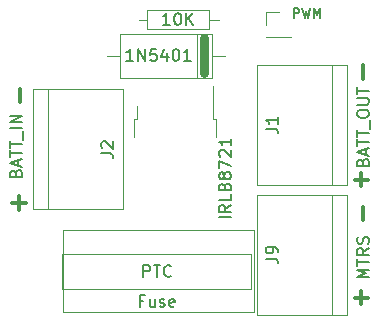
<source format=gto>
G04 #@! TF.FileFunction,Legend,Top*
%FSLAX46Y46*%
G04 Gerber Fmt 4.6, Leading zero omitted, Abs format (unit mm)*
G04 Created by KiCad (PCBNEW 4.0.7) date 07/04/19 18:58:04*
%MOMM*%
%LPD*%
G01*
G04 APERTURE LIST*
%ADD10C,0.100000*%
%ADD11C,0.300000*%
%ADD12C,0.800000*%
%ADD13C,0.120000*%
%ADD14C,0.150000*%
G04 APERTURE END LIST*
D10*
D11*
X157105143Y-67936428D02*
X157105143Y-66793571D01*
X156426572Y-74472143D02*
X157569429Y-74472143D01*
X156998000Y-75043571D02*
X156998000Y-73900714D01*
X128105143Y-57936428D02*
X128105143Y-56793571D01*
X127426572Y-66472143D02*
X128569429Y-66472143D01*
X127998000Y-67043571D02*
X127998000Y-65900714D01*
X157105143Y-55936428D02*
X157105143Y-54793571D01*
X156426572Y-64472143D02*
X157569429Y-64472143D01*
X156998000Y-65043571D02*
X156998000Y-63900714D01*
D12*
X143712000Y-55475000D02*
X143712000Y-52475000D01*
D13*
X144322000Y-55835000D02*
X144322000Y-52115000D01*
X144322000Y-52115000D02*
X136602000Y-52115000D01*
X136602000Y-52115000D02*
X136602000Y-55835000D01*
X136602000Y-55835000D02*
X144322000Y-55835000D01*
X145432000Y-53975000D02*
X144322000Y-53975000D01*
X135492000Y-53975000D02*
X136602000Y-53975000D01*
X143122000Y-55835000D02*
X143122000Y-52115000D01*
D10*
X144068000Y-50927000D02*
X144968000Y-50927000D01*
X138868000Y-50927000D02*
X138168000Y-50927000D01*
X138868000Y-51727000D02*
X138868000Y-50127000D01*
X138868000Y-50127000D02*
X144068000Y-50127000D01*
X144068000Y-50127000D02*
X144068000Y-51727000D01*
X144068000Y-51727000D02*
X138868000Y-51727000D01*
D13*
X131700000Y-73763000D02*
X131700000Y-70763000D01*
X147700000Y-73763000D02*
X131700000Y-73763000D01*
X147700000Y-70763000D02*
X147700000Y-73763000D01*
X131700000Y-70763000D02*
X147700000Y-70763000D01*
X148938000Y-52425000D02*
X151058000Y-52425000D01*
X148938000Y-52365000D02*
X148938000Y-52425000D01*
X151058000Y-52365000D02*
X151058000Y-52425000D01*
X148938000Y-52365000D02*
X151058000Y-52365000D01*
X148938000Y-51365000D02*
X148938000Y-50305000D01*
X148938000Y-50305000D02*
X149998000Y-50305000D01*
X154538000Y-54745000D02*
X154538000Y-64905000D01*
X155808000Y-54745000D02*
X148188000Y-54745000D01*
X148188000Y-54745000D02*
X148188000Y-64905000D01*
X148188000Y-64905000D02*
X155808000Y-64905000D01*
X155808000Y-64905000D02*
X155808000Y-54745000D01*
X130458000Y-66985000D02*
X130458000Y-56825000D01*
X129188000Y-66985000D02*
X136808000Y-66985000D01*
X136808000Y-66985000D02*
X136808000Y-56825000D01*
X136808000Y-56825000D02*
X129188000Y-56825000D01*
X129188000Y-56825000D02*
X129188000Y-66985000D01*
X144674000Y-60879000D02*
X144674000Y-59379000D01*
X144674000Y-59379000D02*
X144404000Y-59379000D01*
X144404000Y-59379000D02*
X144404000Y-56549000D01*
X137774000Y-60879000D02*
X137774000Y-59379000D01*
X137774000Y-59379000D02*
X138044000Y-59379000D01*
X138044000Y-59379000D02*
X138044000Y-58279000D01*
X154538000Y-65745000D02*
X154538000Y-75905000D01*
X155808000Y-65745000D02*
X148188000Y-65745000D01*
X148188000Y-65745000D02*
X148188000Y-75905000D01*
X148188000Y-75905000D02*
X155808000Y-75905000D01*
X155808000Y-75905000D02*
X155808000Y-65745000D01*
X131734000Y-68715000D02*
X131734000Y-75655000D01*
X131734000Y-75655000D02*
X147934000Y-75655000D01*
X147934000Y-75655000D02*
X147934000Y-68715000D01*
X147934000Y-68715000D02*
X131734000Y-68715000D01*
D14*
X137684143Y-54427381D02*
X137112714Y-54427381D01*
X137398428Y-54427381D02*
X137398428Y-53427381D01*
X137303190Y-53570238D01*
X137207952Y-53665476D01*
X137112714Y-53713095D01*
X138112714Y-54427381D02*
X138112714Y-53427381D01*
X138684143Y-54427381D01*
X138684143Y-53427381D01*
X139636524Y-53427381D02*
X139160333Y-53427381D01*
X139112714Y-53903571D01*
X139160333Y-53855952D01*
X139255571Y-53808333D01*
X139493667Y-53808333D01*
X139588905Y-53855952D01*
X139636524Y-53903571D01*
X139684143Y-53998810D01*
X139684143Y-54236905D01*
X139636524Y-54332143D01*
X139588905Y-54379762D01*
X139493667Y-54427381D01*
X139255571Y-54427381D01*
X139160333Y-54379762D01*
X139112714Y-54332143D01*
X140541286Y-53760714D02*
X140541286Y-54427381D01*
X140303190Y-53379762D02*
X140065095Y-54094048D01*
X140684143Y-54094048D01*
X141255571Y-53427381D02*
X141350810Y-53427381D01*
X141446048Y-53475000D01*
X141493667Y-53522619D01*
X141541286Y-53617857D01*
X141588905Y-53808333D01*
X141588905Y-54046429D01*
X141541286Y-54236905D01*
X141493667Y-54332143D01*
X141446048Y-54379762D01*
X141350810Y-54427381D01*
X141255571Y-54427381D01*
X141160333Y-54379762D01*
X141112714Y-54332143D01*
X141065095Y-54236905D01*
X141017476Y-54046429D01*
X141017476Y-53808333D01*
X141065095Y-53617857D01*
X141112714Y-53522619D01*
X141160333Y-53475000D01*
X141255571Y-53427381D01*
X142541286Y-54427381D02*
X141969857Y-54427381D01*
X142255571Y-54427381D02*
X142255571Y-53427381D01*
X142160333Y-53570238D01*
X142065095Y-53665476D01*
X141969857Y-53713095D01*
X140787524Y-51379381D02*
X140216095Y-51379381D01*
X140501809Y-51379381D02*
X140501809Y-50379381D01*
X140406571Y-50522238D01*
X140311333Y-50617476D01*
X140216095Y-50665095D01*
X141406571Y-50379381D02*
X141501810Y-50379381D01*
X141597048Y-50427000D01*
X141644667Y-50474619D01*
X141692286Y-50569857D01*
X141739905Y-50760333D01*
X141739905Y-50998429D01*
X141692286Y-51188905D01*
X141644667Y-51284143D01*
X141597048Y-51331762D01*
X141501810Y-51379381D01*
X141406571Y-51379381D01*
X141311333Y-51331762D01*
X141263714Y-51284143D01*
X141216095Y-51188905D01*
X141168476Y-50998429D01*
X141168476Y-50760333D01*
X141216095Y-50569857D01*
X141263714Y-50474619D01*
X141311333Y-50427000D01*
X141406571Y-50379381D01*
X142168476Y-51379381D02*
X142168476Y-50379381D01*
X142739905Y-51379381D02*
X142311333Y-50807952D01*
X142739905Y-50379381D02*
X142168476Y-50950810D01*
X138557143Y-72715381D02*
X138557143Y-71715381D01*
X138938096Y-71715381D01*
X139033334Y-71763000D01*
X139080953Y-71810619D01*
X139128572Y-71905857D01*
X139128572Y-72048714D01*
X139080953Y-72143952D01*
X139033334Y-72191571D01*
X138938096Y-72239190D01*
X138557143Y-72239190D01*
X139414286Y-71715381D02*
X139985715Y-71715381D01*
X139700000Y-72715381D02*
X139700000Y-71715381D01*
X140890477Y-72620143D02*
X140842858Y-72667762D01*
X140700001Y-72715381D01*
X140604763Y-72715381D01*
X140461905Y-72667762D01*
X140366667Y-72572524D01*
X140319048Y-72477286D01*
X140271429Y-72286810D01*
X140271429Y-72143952D01*
X140319048Y-71953476D01*
X140366667Y-71858238D01*
X140461905Y-71763000D01*
X140604763Y-71715381D01*
X140700001Y-71715381D01*
X140842858Y-71763000D01*
X140890477Y-71810619D01*
X151276190Y-50780905D02*
X151276190Y-49980905D01*
X151580952Y-49980905D01*
X151657143Y-50019000D01*
X151695238Y-50057095D01*
X151733333Y-50133286D01*
X151733333Y-50247571D01*
X151695238Y-50323762D01*
X151657143Y-50361857D01*
X151580952Y-50399952D01*
X151276190Y-50399952D01*
X152000000Y-49980905D02*
X152190476Y-50780905D01*
X152342857Y-50209476D01*
X152495238Y-50780905D01*
X152685714Y-49980905D01*
X152990476Y-50780905D02*
X152990476Y-49980905D01*
X153257143Y-50552333D01*
X153523810Y-49980905D01*
X153523810Y-50780905D01*
X148910381Y-60158333D02*
X149624667Y-60158333D01*
X149767524Y-60205953D01*
X149862762Y-60301191D01*
X149910381Y-60444048D01*
X149910381Y-60539286D01*
X149910381Y-59158333D02*
X149910381Y-59729762D01*
X149910381Y-59444048D02*
X148910381Y-59444048D01*
X149053238Y-59539286D01*
X149148476Y-59634524D01*
X149196095Y-59729762D01*
X157126571Y-62993571D02*
X157174190Y-62850714D01*
X157221810Y-62803095D01*
X157317048Y-62755476D01*
X157459905Y-62755476D01*
X157555143Y-62803095D01*
X157602762Y-62850714D01*
X157650381Y-62945952D01*
X157650381Y-63326905D01*
X156650381Y-63326905D01*
X156650381Y-62993571D01*
X156698000Y-62898333D01*
X156745619Y-62850714D01*
X156840857Y-62803095D01*
X156936095Y-62803095D01*
X157031333Y-62850714D01*
X157078952Y-62898333D01*
X157126571Y-62993571D01*
X157126571Y-63326905D01*
X157364667Y-62374524D02*
X157364667Y-61898333D01*
X157650381Y-62469762D02*
X156650381Y-62136429D01*
X157650381Y-61803095D01*
X156650381Y-61612619D02*
X156650381Y-61041190D01*
X157650381Y-61326905D02*
X156650381Y-61326905D01*
X156650381Y-60850714D02*
X156650381Y-60279285D01*
X157650381Y-60565000D02*
X156650381Y-60565000D01*
X157745619Y-60184047D02*
X157745619Y-59422142D01*
X156650381Y-58993571D02*
X156650381Y-58803094D01*
X156698000Y-58707856D01*
X156793238Y-58612618D01*
X156983714Y-58564999D01*
X157317048Y-58564999D01*
X157507524Y-58612618D01*
X157602762Y-58707856D01*
X157650381Y-58803094D01*
X157650381Y-58993571D01*
X157602762Y-59088809D01*
X157507524Y-59184047D01*
X157317048Y-59231666D01*
X156983714Y-59231666D01*
X156793238Y-59184047D01*
X156698000Y-59088809D01*
X156650381Y-58993571D01*
X156650381Y-58136428D02*
X157459905Y-58136428D01*
X157555143Y-58088809D01*
X157602762Y-58041190D01*
X157650381Y-57945952D01*
X157650381Y-57755475D01*
X157602762Y-57660237D01*
X157555143Y-57612618D01*
X157459905Y-57564999D01*
X156650381Y-57564999D01*
X156650381Y-57231666D02*
X156650381Y-56660237D01*
X157650381Y-56945952D02*
X156650381Y-56945952D01*
X134990381Y-62238333D02*
X135704667Y-62238333D01*
X135847524Y-62285953D01*
X135942762Y-62381191D01*
X135990381Y-62524048D01*
X135990381Y-62619286D01*
X135085619Y-61809762D02*
X135038000Y-61762143D01*
X134990381Y-61666905D01*
X134990381Y-61428809D01*
X135038000Y-61333571D01*
X135085619Y-61285952D01*
X135180857Y-61238333D01*
X135276095Y-61238333D01*
X135418952Y-61285952D01*
X135990381Y-61857381D01*
X135990381Y-61238333D01*
X127726571Y-63926904D02*
X127774190Y-63784047D01*
X127821810Y-63736428D01*
X127917048Y-63688809D01*
X128059905Y-63688809D01*
X128155143Y-63736428D01*
X128202762Y-63784047D01*
X128250381Y-63879285D01*
X128250381Y-64260238D01*
X127250381Y-64260238D01*
X127250381Y-63926904D01*
X127298000Y-63831666D01*
X127345619Y-63784047D01*
X127440857Y-63736428D01*
X127536095Y-63736428D01*
X127631333Y-63784047D01*
X127678952Y-63831666D01*
X127726571Y-63926904D01*
X127726571Y-64260238D01*
X127964667Y-63307857D02*
X127964667Y-62831666D01*
X128250381Y-63403095D02*
X127250381Y-63069762D01*
X128250381Y-62736428D01*
X127250381Y-62545952D02*
X127250381Y-61974523D01*
X128250381Y-62260238D02*
X127250381Y-62260238D01*
X127250381Y-61784047D02*
X127250381Y-61212618D01*
X128250381Y-61498333D02*
X127250381Y-61498333D01*
X128345619Y-61117380D02*
X128345619Y-60355475D01*
X128250381Y-60117380D02*
X127250381Y-60117380D01*
X128250381Y-59641190D02*
X127250381Y-59641190D01*
X128250381Y-59069761D01*
X127250381Y-59069761D01*
X145950381Y-67674524D02*
X144950381Y-67674524D01*
X145950381Y-66626905D02*
X145474190Y-66960239D01*
X145950381Y-67198334D02*
X144950381Y-67198334D01*
X144950381Y-66817381D01*
X144998000Y-66722143D01*
X145045619Y-66674524D01*
X145140857Y-66626905D01*
X145283714Y-66626905D01*
X145378952Y-66674524D01*
X145426571Y-66722143D01*
X145474190Y-66817381D01*
X145474190Y-67198334D01*
X145950381Y-65722143D02*
X145950381Y-66198334D01*
X144950381Y-66198334D01*
X145426571Y-65055476D02*
X145474190Y-64912619D01*
X145521810Y-64865000D01*
X145617048Y-64817381D01*
X145759905Y-64817381D01*
X145855143Y-64865000D01*
X145902762Y-64912619D01*
X145950381Y-65007857D01*
X145950381Y-65388810D01*
X144950381Y-65388810D01*
X144950381Y-65055476D01*
X144998000Y-64960238D01*
X145045619Y-64912619D01*
X145140857Y-64865000D01*
X145236095Y-64865000D01*
X145331333Y-64912619D01*
X145378952Y-64960238D01*
X145426571Y-65055476D01*
X145426571Y-65388810D01*
X145378952Y-64245953D02*
X145331333Y-64341191D01*
X145283714Y-64388810D01*
X145188476Y-64436429D01*
X145140857Y-64436429D01*
X145045619Y-64388810D01*
X144998000Y-64341191D01*
X144950381Y-64245953D01*
X144950381Y-64055476D01*
X144998000Y-63960238D01*
X145045619Y-63912619D01*
X145140857Y-63865000D01*
X145188476Y-63865000D01*
X145283714Y-63912619D01*
X145331333Y-63960238D01*
X145378952Y-64055476D01*
X145378952Y-64245953D01*
X145426571Y-64341191D01*
X145474190Y-64388810D01*
X145569429Y-64436429D01*
X145759905Y-64436429D01*
X145855143Y-64388810D01*
X145902762Y-64341191D01*
X145950381Y-64245953D01*
X145950381Y-64055476D01*
X145902762Y-63960238D01*
X145855143Y-63912619D01*
X145759905Y-63865000D01*
X145569429Y-63865000D01*
X145474190Y-63912619D01*
X145426571Y-63960238D01*
X145378952Y-64055476D01*
X144950381Y-63531667D02*
X144950381Y-62865000D01*
X145950381Y-63293572D01*
X145045619Y-62531667D02*
X144998000Y-62484048D01*
X144950381Y-62388810D01*
X144950381Y-62150714D01*
X144998000Y-62055476D01*
X145045619Y-62007857D01*
X145140857Y-61960238D01*
X145236095Y-61960238D01*
X145378952Y-62007857D01*
X145950381Y-62579286D01*
X145950381Y-61960238D01*
X145950381Y-61007857D02*
X145950381Y-61579286D01*
X145950381Y-61293572D02*
X144950381Y-61293572D01*
X145093238Y-61388810D01*
X145188476Y-61484048D01*
X145236095Y-61579286D01*
X148910381Y-71158333D02*
X149624667Y-71158333D01*
X149767524Y-71205953D01*
X149862762Y-71301191D01*
X149910381Y-71444048D01*
X149910381Y-71539286D01*
X149910381Y-70634524D02*
X149910381Y-70444048D01*
X149862762Y-70348809D01*
X149815143Y-70301190D01*
X149672286Y-70205952D01*
X149481810Y-70158333D01*
X149100857Y-70158333D01*
X149005619Y-70205952D01*
X148958000Y-70253571D01*
X148910381Y-70348809D01*
X148910381Y-70539286D01*
X148958000Y-70634524D01*
X149005619Y-70682143D01*
X149100857Y-70729762D01*
X149338952Y-70729762D01*
X149434190Y-70682143D01*
X149481810Y-70634524D01*
X149529429Y-70539286D01*
X149529429Y-70348809D01*
X149481810Y-70253571D01*
X149434190Y-70205952D01*
X149338952Y-70158333D01*
X157650381Y-72755476D02*
X156650381Y-72755476D01*
X157364667Y-72422142D01*
X156650381Y-72088809D01*
X157650381Y-72088809D01*
X156650381Y-71755476D02*
X156650381Y-71184047D01*
X157650381Y-71469762D02*
X156650381Y-71469762D01*
X157650381Y-70279285D02*
X157174190Y-70612619D01*
X157650381Y-70850714D02*
X156650381Y-70850714D01*
X156650381Y-70469761D01*
X156698000Y-70374523D01*
X156745619Y-70326904D01*
X156840857Y-70279285D01*
X156983714Y-70279285D01*
X157078952Y-70326904D01*
X157126571Y-70374523D01*
X157174190Y-70469761D01*
X157174190Y-70850714D01*
X157602762Y-69898333D02*
X157650381Y-69755476D01*
X157650381Y-69517380D01*
X157602762Y-69422142D01*
X157555143Y-69374523D01*
X157459905Y-69326904D01*
X157364667Y-69326904D01*
X157269429Y-69374523D01*
X157221810Y-69422142D01*
X157174190Y-69517380D01*
X157126571Y-69707857D01*
X157078952Y-69803095D01*
X157031333Y-69850714D01*
X156936095Y-69898333D01*
X156840857Y-69898333D01*
X156745619Y-69850714D01*
X156698000Y-69803095D01*
X156650381Y-69707857D01*
X156650381Y-69469761D01*
X156698000Y-69326904D01*
X138557143Y-74731571D02*
X138223809Y-74731571D01*
X138223809Y-75255381D02*
X138223809Y-74255381D01*
X138700000Y-74255381D01*
X139509524Y-74588714D02*
X139509524Y-75255381D01*
X139080952Y-74588714D02*
X139080952Y-75112524D01*
X139128571Y-75207762D01*
X139223809Y-75255381D01*
X139366667Y-75255381D01*
X139461905Y-75207762D01*
X139509524Y-75160143D01*
X139938095Y-75207762D02*
X140033333Y-75255381D01*
X140223809Y-75255381D01*
X140319048Y-75207762D01*
X140366667Y-75112524D01*
X140366667Y-75064905D01*
X140319048Y-74969667D01*
X140223809Y-74922048D01*
X140080952Y-74922048D01*
X139985714Y-74874429D01*
X139938095Y-74779190D01*
X139938095Y-74731571D01*
X139985714Y-74636333D01*
X140080952Y-74588714D01*
X140223809Y-74588714D01*
X140319048Y-74636333D01*
X141176191Y-75207762D02*
X141080953Y-75255381D01*
X140890476Y-75255381D01*
X140795238Y-75207762D01*
X140747619Y-75112524D01*
X140747619Y-74731571D01*
X140795238Y-74636333D01*
X140890476Y-74588714D01*
X141080953Y-74588714D01*
X141176191Y-74636333D01*
X141223810Y-74731571D01*
X141223810Y-74826810D01*
X140747619Y-74922048D01*
M02*

</source>
